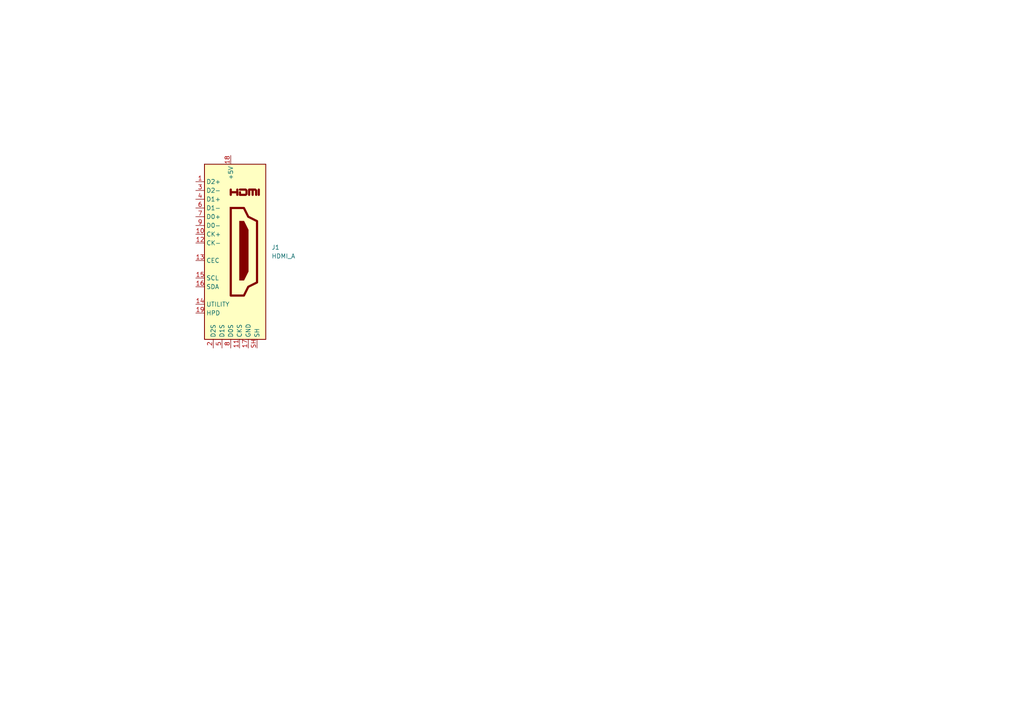
<source format=kicad_sch>
(kicad_sch (version 20230121) (generator eeschema)
  (paper "A4")
  (lib_symbols
    (symbol "Connector:HDMI_A"
      (property "Reference" "J" (at -6.35 26.67 0))
      (property "Value" "HDMI_A" (at 10.16 26.67 0))
      (symbol "HDMI_A_0_0"
        (polyline (pts (xy 8.128 16.51) (xy 8.128 18.034)) (stroke (width 0.635)))
        (polyline (pts (xy 0 16.51) (xy 0 18.034) (xy 0 17.272) (xy 1.905 17.272) (xy 1.905 18.034) (xy 1.905 16.51)) (stroke (width 0.635)))
        (polyline (pts (xy 2.667 18.034) (xy 4.318 18.034) (xy 4.572 17.78) (xy 4.572 16.764) (xy 4.318 16.51) (xy 2.667 16.51) (xy 2.667 17.272)) (stroke (width 0.635)))
      )
      (symbol "HDMI_A_0_1"
        (rectangle (start -7.62 25.4) (end 10.16 -25.4) (stroke (width 0.254)) (fill (type background)))
        (polyline (pts (xy 2.54 8.89) (xy 3.81 8.89) (xy 5.08 6.35) (xy 5.08 -5.715) (xy 3.81 -8.255) (xy 2.54 -8.255) (xy 2.54 8.89)) (fill (type outline)))
        (polyline (pts (xy 5.334 16.51) (xy 5.334 18.034) (xy 6.35 18.034) (xy 6.35 16.51) (xy 6.35 18.034) (xy 7.112 18.034) (xy 7.366 17.78) (xy 7.366 16.51)) (stroke (width 0.635)))
        (polyline (pts (xy 0 12.7) (xy 0 -12.7) (xy 3.81 -12.7) (xy 5.08 -10.16) (xy 7.62 -8.89) (xy 7.62 8.89) (xy 5.08 10.16) (xy 3.81 12.7) (xy 0 12.7)) (stroke (width 0.635)))
      )
      (symbol "HDMI_A_1_1"
        (pin passive line (at -10.16 20.32 0) (length 2.54) (name "D2+") (number "1"))
        (pin passive line (at -10.16 5.08 0) (length 2.54) (name "CK+") (number "10"))
        (pin power_in line (at 2.54 -27.94 90) (length 2.54) (name "CKS") (number "11"))
        (pin passive line (at -10.16 2.54 0) (length 2.54) (name "CK-") (number "12"))
        (pin bidirectional line (at -10.16 -2.54 0) (length 2.54) (name "CEC") (number "13"))
        (pin passive line (at -10.16 -15.24 0) (length 2.54) (name "UTILITY") (number "14"))
        (pin passive line (at -10.16 -7.62 0) (length 2.54) (name "SCL") (number "15"))
        (pin bidirectional line (at -10.16 -10.16 0) (length 2.54) (name "SDA") (number "16"))
        (pin power_in line (at 5.08 -27.94 90) (length 2.54) (name "GND") (number "17"))
        (pin power_in line (at 0 27.94 270) (length 2.54) (name "+5V") (number "18"))
        (pin passive line (at -10.16 -17.78 0) (length 2.54) (name "HPD") (number "19"))
        (pin power_in line (at -5.08 -27.94 90) (length 2.54) (name "D2S") (number "2"))
        (pin passive line (at -10.16 17.78 0) (length 2.54) (name "D2-") (number "3"))
        (pin passive line (at -10.16 15.24 0) (length 2.54) (name "D1+") (number "4"))
        (pin power_in line (at -2.54 -27.94 90) (length 2.54) (name "D1S") (number "5"))
        (pin passive line (at -10.16 12.7 0) (length 2.54) (name "D1-") (number "6"))
        (pin passive line (at -10.16 10.16 0) (length 2.54) (name "D0+") (number "7"))
        (pin power_in line (at 0 -27.94 90) (length 2.54) (name "D0S") (number "8"))
        (pin passive line (at -10.16 7.62 0) (length 2.54) (name "D0-") (number "9"))
        (pin passive line (at 7.62 -27.94 90) (length 2.54) (name "SH") (number "SH"))
      )
    )
  )
  (symbol (lib_id "Connector:HDMI_A") (at 66.929 73.025 0) (unit 1)
    (property "Reference" "J1" (at 78.74 71.755 0) (effects (justify left)))
    (property "Value" "HDMI_A" (at 78.74 74.295 0) (effects (justify left)))
    (property "Footprint" "Connector_HDMI:HDMI_A_Kycon_KDMIX-SL1-NS-WS-B15_VerticalRightAngle" (effects hide))
    (property "Datasheet" "https://en.wikipedia.org/wiki/HDMI" (effects hide))
  )
)
</source>
